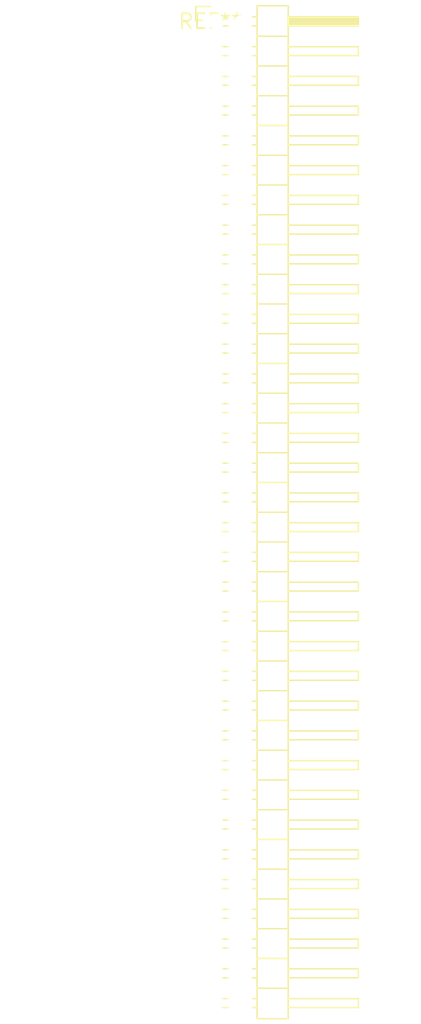
<source format=kicad_pcb>
(kicad_pcb (version 20240108) (generator pcbnew)
  (layers (0 "F.Cu" signal) (31 "B.Cu" signal) (34 "B.Paste" user) (35 "F.Paste" user) (36 "B.SilkS" user "B.Silkscreen") (37 "F.SilkS" user "F.Silkscreen") (38 "B.Mask" user) (39 "F.Mask" user) (44 "Edge.Cuts" user))
  (net 0 "")
  (footprint "PinHeader_2x34_P2.54mm_Horizontal" (layer "F.Cu") (at 0 0)
    (property "Reference" "REF**")
    (property "Value" "PinHeader_2x34_P2.54mm_Horizontal")
    (fp_line (start -1.27 -1.27) (end 0 -1.27) (layer "F.SilkS") (stroke (width 0.12)))
    (fp_line (start -1.27 0) (end -1.27 -1.27) (layer "F.SilkS") (stroke (width 0.12)))
    (fp_line (start 1.042929 2.16) (end 1.497071 2.16) (layer "F.SilkS") (stroke (width 0.12)))
    (fp_line (start 1.042929 2.92) (end 1.497071 2.92) (layer "F.SilkS") (stroke (width 0.12)))
    (fp_line (start 1.042929 4.7) (end 1.497071 4.7) (layer "F.SilkS") (stroke (width 0.12)))
    (fp_line (start 1.042929 5.46) (end 1.497071 5.46) (layer "F.SilkS") (stroke (width 0.12)))
    (fp_line (start 1.042929 7.24) (end 1.497071 7.24) (layer "F.SilkS") (stroke (width 0.12)))
    (fp_line (start 1.042929 8) (end 1.497071 8) (layer "F.SilkS") (stroke (width 0.12)))
    (fp_line (start 1.042929 9.78) (end 1.497071 9.78) (layer "F.SilkS") (stroke (width 0.12)))
    (fp_line (start 1.042929 10.54) (end 1.497071 10.54) (layer "F.SilkS") (stroke (width 0.12)))
    (fp_line (start 1.042929 12.32) (end 1.497071 12.32) (layer "F.SilkS") (stroke (width 0.12)))
    (fp_line (start 1.042929 13.08) (end 1.497071 13.08) (layer "F.SilkS") (stroke (width 0.12)))
    (fp_line (start 1.042929 14.86) (end 1.497071 14.86) (layer "F.SilkS") (stroke (width 0.12)))
    (fp_line (start 1.042929 15.62) (end 1.497071 15.62) (layer "F.SilkS") (stroke (width 0.12)))
    (fp_line (start 1.042929 17.4) (end 1.497071 17.4) (layer "F.SilkS") (stroke (width 0.12)))
    (fp_line (start 1.042929 18.16) (end 1.497071 18.16) (layer "F.SilkS") (stroke (width 0.12)))
    (fp_line (start 1.042929 19.94) (end 1.497071 19.94) (layer "F.SilkS") (stroke (width 0.12)))
    (fp_line (start 1.042929 20.7) (end 1.497071 20.7) (layer "F.SilkS") (stroke (width 0.12)))
    (fp_line (start 1.042929 22.48) (end 1.497071 22.48) (layer "F.SilkS") (stroke (width 0.12)))
    (fp_line (start 1.042929 23.24) (end 1.497071 23.24) (layer "F.SilkS") (stroke (width 0.12)))
    (fp_line (start 1.042929 25.02) (end 1.497071 25.02) (layer "F.SilkS") (stroke (width 0.12)))
    (fp_line (start 1.042929 25.78) (end 1.497071 25.78) (layer "F.SilkS") (stroke (width 0.12)))
    (fp_line (start 1.042929 27.56) (end 1.497071 27.56) (layer "F.SilkS") (stroke (width 0.12)))
    (fp_line (start 1.042929 28.32) (end 1.497071 28.32) (layer "F.SilkS") (stroke (width 0.12)))
    (fp_line (start 1.042929 30.1) (end 1.497071 30.1) (layer "F.SilkS") (stroke (width 0.12)))
    (fp_line (start 1.042929 30.86) (end 1.497071 30.86) (layer "F.SilkS") (stroke (width 0.12)))
    (fp_line (start 1.042929 32.64) (end 1.497071 32.64) (layer "F.SilkS") (stroke (width 0.12)))
    (fp_line (start 1.042929 33.4) (end 1.497071 33.4) (layer "F.SilkS") (stroke (width 0.12)))
    (fp_line (start 1.042929 35.18) (end 1.497071 35.18) (layer "F.SilkS") (stroke (width 0.12)))
    (fp_line (start 1.042929 35.94) (end 1.497071 35.94) (layer "F.SilkS") (stroke (width 0.12)))
    (fp_line (start 1.042929 37.72) (end 1.497071 37.72) (layer "F.SilkS") (stroke (width 0.12)))
    (fp_line (start 1.042929 38.48) (end 1.497071 38.48) (layer "F.SilkS") (stroke (width 0.12)))
    (fp_line (start 1.042929 40.26) (end 1.497071 40.26) (layer "F.SilkS") (stroke (width 0.12)))
    (fp_line (start 1.042929 41.02) (end 1.497071 41.02) (layer "F.SilkS") (stroke (width 0.12)))
    (fp_line (start 1.042929 42.8) (end 1.497071 42.8) (layer "F.SilkS") (stroke (width 0.12)))
    (fp_line (start 1.042929 43.56) (end 1.497071 43.56) (layer "F.SilkS") (stroke (width 0.12)))
    (fp_line (start 1.042929 45.34) (end 1.497071 45.34) (layer "F.SilkS") (stroke (width 0.12)))
    (fp_line (start 1.042929 46.1) (end 1.497071 46.1) (layer "F.SilkS") (stroke (width 0.12)))
    (fp_line (start 1.042929 47.88) (end 1.497071 47.88) (layer "F.SilkS") (stroke (width 0.12)))
    (fp_line (start 1.042929 48.64) (end 1.497071 48.64) (layer "F.SilkS") (stroke (width 0.12)))
    (fp_line (start 1.042929 50.42) (end 1.497071 50.42) (layer "F.SilkS") (stroke (width 0.12)))
    (fp_line (start 1.042929 51.18) (end 1.497071 51.18) (layer "F.SilkS") (stroke (width 0.12)))
    (fp_line (start 1.042929 52.96) (end 1.497071 52.96) (layer "F.SilkS") (stroke (width 0.12)))
    (fp_line (start 1.042929 53.72) (end 1.497071 53.72) (layer "F.SilkS") (stroke (width 0.12)))
    (fp_line (start 1.042929 55.5) (end 1.497071 55.5) (layer "F.SilkS") (stroke (width 0.12)))
    (fp_line (start 1.042929 56.26) (end 1.497071 56.26) (layer "F.SilkS") (stroke (width 0.12)))
    (fp_line (start 1.042929 58.04) (end 1.497071 58.04) (layer "F.SilkS") (stroke (width 0.12)))
    (fp_line (start 1.042929 58.8) (end 1.497071 58.8) (layer "F.SilkS") (stroke (width 0.12)))
    (fp_line (start 1.042929 60.58) (end 1.497071 60.58) (layer "F.SilkS") (stroke (width 0.12)))
    (fp_line (start 1.042929 61.34) (end 1.497071 61.34) (layer "F.SilkS") (stroke (width 0.12)))
    (fp_line (start 1.042929 63.12) (end 1.497071 63.12) (layer "F.SilkS") (stroke (width 0.12)))
    (fp_line (start 1.042929 63.88) (end 1.497071 63.88) (layer "F.SilkS") (stroke (width 0.12)))
    (fp_line (start 1.042929 65.66) (end 1.497071 65.66) (layer "F.SilkS") (stroke (width 0.12)))
    (fp_line (start 1.042929 66.42) (end 1.497071 66.42) (layer "F.SilkS") (stroke (width 0.12)))
    (fp_line (start 1.042929 68.2) (end 1.497071 68.2) (layer "F.SilkS") (stroke (width 0.12)))
    (fp_line (start 1.042929 68.96) (end 1.497071 68.96) (layer "F.SilkS") (stroke (width 0.12)))
    (fp_line (start 1.042929 70.74) (end 1.497071 70.74) (layer "F.SilkS") (stroke (width 0.12)))
    (fp_line (start 1.042929 71.5) (end 1.497071 71.5) (layer "F.SilkS") (stroke (width 0.12)))
    (fp_line (start 1.042929 73.28) (end 1.497071 73.28) (layer "F.SilkS") (stroke (width 0.12)))
    (fp_line (start 1.042929 74.04) (end 1.497071 74.04) (layer "F.SilkS") (stroke (width 0.12)))
    (fp_line (start 1.042929 75.82) (end 1.497071 75.82) (layer "F.SilkS") (stroke (width 0.12)))
    (fp_line (start 1.042929 76.58) (end 1.497071 76.58) (layer "F.SilkS") (stroke (width 0.12)))
    (fp_line (start 1.042929 78.36) (end 1.497071 78.36) (layer "F.SilkS") (stroke (width 0.12)))
    (fp_line (start 1.042929 79.12) (end 1.497071 79.12) (layer "F.SilkS") (stroke (width 0.12)))
    (fp_line (start 1.042929 80.9) (end 1.497071 80.9) (layer "F.SilkS") (stroke (width 0.12)))
    (fp_line (start 1.042929 81.66) (end 1.497071 81.66) (layer "F.SilkS") (stroke (width 0.12)))
    (fp_line (start 1.042929 83.44) (end 1.497071 83.44) (layer "F.SilkS") (stroke (width 0.12)))
    (fp_line (start 1.042929 84.2) (end 1.497071 84.2) (layer "F.SilkS") (stroke (width 0.12)))
    (fp_line (start 1.11 -0.38) (end 1.497071 -0.38) (layer "F.SilkS") (stroke (width 0.12)))
    (fp_line (start 1.11 0.38) (end 1.497071 0.38) (layer "F.SilkS") (stroke (width 0.12)))
    (fp_line (start 3.582929 -0.38) (end 3.98 -0.38) (layer "F.SilkS") (stroke (width 0.12)))
    (fp_line (start 3.582929 0.38) (end 3.98 0.38) (layer "F.SilkS") (stroke (width 0.12)))
    (fp_line (start 3.582929 2.16) (end 3.98 2.16) (layer "F.SilkS") (stroke (width 0.12)))
    (fp_line (start 3.582929 2.92) (end 3.98 2.92) (layer "F.SilkS") (stroke (width 0.12)))
    (fp_line (start 3.582929 4.7) (end 3.98 4.7) (layer "F.SilkS") (stroke (width 0.12)))
    (fp_line (start 3.582929 5.46) (end 3.98 5.46) (layer "F.SilkS") (stroke (width 0.12)))
    (fp_line (start 3.582929 7.24) (end 3.98 7.24) (layer "F.SilkS") (stroke (width 0.12)))
    (fp_line (start 3.582929 8) (end 3.98 8) (layer "F.SilkS") (stroke (width 0.12)))
    (fp_line (start 3.582929 9.78) (end 3.98 9.78) (layer "F.SilkS") (stroke (width 0.12)))
    (fp_line (start 3.582929 10.54) (end 3.98 10.54) (layer "F.SilkS") (stroke (width 0.12)))
    (fp_line (start 3.582929 12.32) (end 3.98 12.32) (layer "F.SilkS") (stroke (width 0.12)))
    (fp_line (start 3.582929 13.08) (end 3.98 13.08) (layer "F.SilkS") (stroke (width 0.12)))
    (fp_line (start 3.582929 14.86) (end 3.98 14.86) (layer "F.SilkS") (stroke (width 0.12)))
    (fp_line (start 3.582929 15.62) (end 3.98 15.62) (layer "F.SilkS") (stroke (width 0.12)))
    (fp_line (start 3.582929 17.4) (end 3.98 17.4) (layer "F.SilkS") (stroke (width 0.12)))
    (fp_line (start 3.582929 18.16) (end 3.98 18.16) (layer "F.SilkS") (stroke (width 0.12)))
    (fp_line (start 3.582929 19.94) (end 3.98 19.94) (layer "F.SilkS") (stroke (width 0.12)))
    (fp_line (start 3.582929 20.7) (end 3.98 20.7) (layer "F.SilkS") (stroke (width 0.12)))
    (fp_line (start 3.582929 22.48) (end 3.98 22.48) (layer "F.SilkS") (stroke (width 0.12)))
    (fp_line (start 3.582929 23.24) (end 3.98 23.24) (layer "F.SilkS") (stroke (width 0.12)))
    (fp_line (start 3.582929 25.02) (end 3.98 25.02) (layer "F.SilkS") (stroke (width 0.12)))
    (fp_line (start 3.582929 25.78) (end 3.98 25.78) (layer "F.SilkS") (stroke (width 0.12)))
    (fp_line (start 3.582929 27.56) (end 3.98 27.56) (layer "F.SilkS") (stroke (width 0.12)))
    (fp_line (start 3.582929 28.32) (end 3.98 28.32) (layer "F.SilkS") (stroke (width 0.12)))
    (fp_line (start 3.582929 30.1) (end 3.98 30.1) (layer "F.SilkS") (stroke (width 0.12)))
    (fp_line (start 3.582929 30.86) (end 3.98 30.86) (layer "F.SilkS") (stroke (width 0.12)))
    (fp_line (start 3.582929 32.64) (end 3.98 32.64) (layer "F.SilkS") (stroke (width 0.12)))
    (fp_line (start 3.582929 33.4) (end 3.98 33.4) (layer "F.SilkS") (stroke (width 0.12)))
    (fp_line (start 3.582929 35.18) (end 3.98 35.18) (layer "F.SilkS") (stroke (width 0.12)))
    (fp_line (start 3.582929 35.94) (end 3.98 35.94) (layer "F.SilkS") (stroke (width 0.12)))
    (fp_line (start 3.582929 37.72) (end 3.98 37.72) (layer "F.SilkS") (stroke (width 0.12)))
    (fp_line (start 3.582929 38.48) (end 3.98 38.48) (layer "F.SilkS") (stroke (width 0.12)))
    (fp_line (start 3.582929 40.26) (end 3.98 40.26) (layer "F.SilkS") (stroke (width 0.12)))
    (fp_line (start 3.582929 41.02) (end 3.98 41.02) (layer "F.SilkS") (stroke (width 0.12)))
    (fp_line (start 3.582929 42.8) (end 3.98 42.8) (layer "F.SilkS") (stroke (width 0.12)))
    (fp_line (start 3.582929 43.56) (end 3.98 43.56) (layer "F.SilkS") (stroke (width 0.12)))
    (fp_line (start 3.582929 45.34) (end 3.98 45.34) (layer "F.SilkS") (stroke (width 0.12)))
    (fp_line (start 3.582929 46.1) (end 3.98 46.1) (layer "F.SilkS") (stroke (width 0.12)))
    (fp_line (start 3.582929 47.88) (end 3.98 47.88) (layer "F.SilkS") (stroke (width 0.12)))
    (fp_line (start 3.582929 48.64) (end 3.98 48.64) (layer "F.SilkS") (stroke (width 0.12)))
    (fp_line (start 3.582929 50.42) (end 3.98 50.42) (layer "F.SilkS") (stroke (width 0.12)))
    (fp_line (start 3.582929 51.18) (end 3.98 51.18) (layer "F.SilkS") (stroke (width 0.12)))
    (fp_line (start 3.582929 52.96) (end 3.98 52.96) (layer "F.SilkS") (stroke (width 0.12)))
    (fp_line (start 3.582929 53.72) (end 3.98 53.72) (layer "F.SilkS") (stroke (width 0.12)))
    (fp_line (start 3.582929 55.5) (end 3.98 55.5) (layer "F.SilkS") (stroke (width 0.12)))
    (fp_line (start 3.582929 56.26) (end 3.98 56.26) (layer "F.SilkS") (stroke (width 0.12)))
    (fp_line (start 3.582929 58.04) (end 3.98 58.04) (layer "F.SilkS") (stroke (width 0.12)))
    (fp_line (start 3.582929 58.8) (end 3.98 58.8) (layer "F.SilkS") (stroke (width 0.12)))
    (fp_line (start 3.582929 60.58) (end 3.98 60.58) (layer "F.SilkS") (stroke (width 0.12)))
    (fp_line (start 3.582929 61.34) (end 3.98 61.34) (layer "F.SilkS") (stroke (width 0.12)))
    (fp_line (start 3.582929 63.12) (end 3.98 63.12) (layer "F.SilkS") (stroke (width 0.12)))
    (fp_line (start 3.582929 63.88) (end 3.98 63.88) (layer "F.SilkS") (stroke (width 0.12)))
    (fp_line (start 3.582929 65.66) (end 3.98 65.66) (layer "F.SilkS") (stroke (width 0.12)))
    (fp_line (start 3.582929 66.42) (end 3.98 66.42) (layer "F.SilkS") (stroke (width 0.12)))
    (fp_line (start 3.582929 68.2) (end 3.98 68.2) (layer "F.SilkS") (stroke (width 0.12)))
    (fp_line (start 3.582929 68.96) (end 3.98 68.96) (layer "F.SilkS") (stroke (width 0.12)))
    (fp_line (start 3.582929 70.74) (end 3.98 70.74) (layer "F.SilkS") (stroke (width 0.12)))
    (fp_line (start 3.582929 71.5) (end 3.98 71.5) (layer "F.SilkS") (stroke (width 0.12)))
    (fp_line (start 3.582929 73.28) (end 3.98 73.28) (layer "F.SilkS") (stroke (width 0.12)))
    (fp_line (start 3.582929 74.04) (end 3.98 74.04) (layer "F.SilkS") (stroke (width 0.12)))
    (fp_line (start 3.582929 75.82) (end 3.98 75.82) (layer "F.SilkS") (stroke (width 0.12)))
    (fp_line (start 3.582929 76.58) (end 3.98 76.58) (layer "F.SilkS") (stroke (width 0.12)))
    (fp_line (start 3.582929 78.36) (end 3.98 78.36) (layer "F.SilkS") (stroke (width 0.12)))
    (fp_line (start 3.582929 79.12) (end 3.98 79.12) (layer "F.SilkS") (stroke (width 0.12)))
    (fp_line (start 3.582929 80.9) (end 3.98 80.9) (layer "F.SilkS") (stroke (width 0.12)))
    (fp_line (start 3.582929 81.66) (end 3.98 81.66) (layer "F.SilkS") (stroke (width 0.12)))
    (fp_line (start 3.582929 83.44) (end 3.98 83.44) (layer "F.SilkS") (stroke (width 0.12)))
    (fp_line (start 3.582929 84.2) (end 3.98 84.2) (layer "F.SilkS") (stroke (width 0.12)))
    (fp_line (start 3.98 -1.33) (end 3.98 85.15) (layer "F.SilkS") (stroke (width 0.12)))
    (fp_line (start 3.98 1.27) (end 6.64 1.27) (layer "F.SilkS") (stroke (width 0.12)))
    (fp_line (start 3.98 3.81) (end 6.64 3.81) (layer "F.SilkS") (stroke (width 0.12)))
    (fp_line (start 3.98 6.35) (end 6.64 6.35) (layer "F.SilkS") (stroke (width 0.12)))
    (fp_line (start 3.98 8.89) (end 6.64 8.89) (layer "F.SilkS") (stroke (width 0.12)))
    (fp_line (start 3.98 11.43) (end 6.64 11.43) (layer "F.SilkS") (stroke (width 0.12)))
    (fp_line (start 3.98 13.97) (end 6.64 13.97) (layer "F.SilkS") (stroke (width 0.12)))
    (fp_line (start 3.98 16.51) (end 6.64 16.51) (layer "F.SilkS") (stroke (width 0.12)))
    (fp_line (start 3.98 19.05) (end 6.64 19.05) (layer "F.SilkS") (stroke (width 0.12)))
    (fp_line (start 3.98 21.59) (end 6.64 21.59) (layer "F.SilkS") (stroke (width 0.12)))
    (fp_line (start 3.98 24.13) (end 6.64 24.13) (layer "F.SilkS") (stroke (width 0.12)))
    (fp_line (start 3.98 26.67) (end 6.64 26.67) (layer "F.SilkS") (stroke (width 0.12)))
    (fp_line (start 3.98 29.21) (end 6.64 29.21) (layer "F.SilkS") (stroke (width 0.12)))
    (fp_line (start 3.98 31.75) (end 6.64 31.75) (layer "F.SilkS") (stroke (width 0.12)))
    (fp_line (start 3.98 34.29) (end 6.64 34.29) (layer "F.SilkS") (stroke (width 0.12)))
    (fp_line (start 3.98 36.83) (end 6.64 36.83) (layer "F.SilkS") (stroke (width 0.12)))
    (fp_line (start 3.98 39.37) (end 6.64 39.37) (layer "F.SilkS") (stroke (width 0.12)))
    (fp_line (start 3.98 41.91) (end 6.64 41.91) (layer "F.SilkS") (stroke (width 0.12)))
    (fp_line (start 3.98 44.45) (end 6.64 44.45) (layer "F.SilkS") (stroke (width 0.12)))
    (fp_line (start 3.98 46.99) (end 6.64 46.99) (layer "F.SilkS") (stroke (width 0.12)))
    (fp_line (start 3.98 49.53) (end 6.64 49.53) (layer "F.SilkS") (stroke (width 0.12)))
    (fp_line (start 3.98 52.07) (end 6.64 52.07) (layer "F.SilkS") (stroke (width 0.12)))
    (fp_line (start 3.98 54.61) (end 6.64 54.61) (layer "F.SilkS") (stroke (width 0.12)))
    (fp_line (start 3.98 57.15) (end 6.64 57.15) (layer "F.SilkS") (stroke (width 0.12)))
    (fp_line (start 3.98 59.69) (end 6.64 59.69) (layer "F.SilkS") (stroke (width 0.12)))
    (fp_line (start 3.98 62.23) (end 6.64 62.23) (layer "F.SilkS") (stroke (width 0.12)))
    (fp_line (start 3.98 64.77) (end 6.64 64.77) (layer "F.SilkS") (stroke (width 0.12)))
    (fp_line (start 3.98 67.31) (end 6.64 67.31) (layer "F.SilkS") (stroke (width 0.12)))
    (fp_line (start 3.98 69.85) (end 6.64 69.85) (layer "F.SilkS") (stroke (width 0.12)))
    (fp_line (start 3.98 72.39) (end 6.64 72.39) (layer "F.SilkS") (stroke (width 0.12)))
    (fp_line (start 3.98 74.93) (end 6.64 74.93) (layer "F.SilkS") (stroke (width 0.12)))
    (fp_line (start 3.98 77.47) (end 6.64 77.47) (layer "F.SilkS") (stroke (width 0.12)))
    (fp_line (start 3.98 80.01) (end 6.64 80.01) (layer "F.SilkS") (stroke (width 0.12)))
    (fp_line (start 3.98 82.55) (end 6.64 82.55) (layer "F.SilkS") (stroke (width 0.12)))
    (fp_line (start 3.98 85.15) (end 6.64 85.15) (layer "F.SilkS") (stroke (width 0.12)))
    (fp_line (start 6.64 -1.33) (end 3.98 -1.33) (layer "F.SilkS") (stroke (width 0.12)))
    (fp_line (start 6.64 -0.38) (end 12.64 -0.38) (layer "F.SilkS") (stroke (width 0.12)))
    (fp_line (start 6.64 -0.32) (end 12.64 -0.32) (layer "F.SilkS") (stroke (width 0.12)))
    (fp_line (start 6.64 -0.2) (end 12.64 -0.2) (layer "F.SilkS") (stroke (width 0.12)))
    (fp_line (start 6.64 -0.08) (end 12.64 -0.08) (layer "F.SilkS") (stroke (width 0.12)))
    (fp_line (start 6.64 0.04) (end 12.64 0.04) (layer "F.SilkS") (stroke (width 0.12)))
    (fp_line (start 6.64 0.16) (end 12.64 0.16) (layer "F.SilkS") (stroke (width 0.12)))
    (fp_line (start 6.64 0.28) (end 12.64 0.28) (layer "F.SilkS") (stroke (width 0.12)))
    (fp_line (start 6.64 2.16) (end 12.64 2.16) (layer "F.SilkS") (stroke (width 0.12)))
    (fp_line (start 6.64 4.7) (end 12.64 4.7) (layer "F.SilkS") (stroke (width 0.12)))
    (fp_line (start 6.64 7.24) (end 12.64 7.24) (layer "F.SilkS") (stroke (width 0.12)))
    (fp_line (start 6.64 9.78) (end 12.64 9.78) (layer "F.SilkS") (stroke (width 0.12)))
    (fp_line (start 6.64 12.32) (end 12.64 12.32) (layer "F.SilkS") (stroke (width 0.12)))
    (fp_line (start 6.64 14.86) (end 12.64 14.86) (layer "F.SilkS") (stroke (width 0.12)))
    (fp_line (start 6.64 17.4) (end 12.64 17.4) (layer "F.SilkS") (stroke (width 0.12)))
    (fp_line (start 6.64 19.94) (end 12.64 19.94) (layer "F.SilkS") (stroke (width 0.12)))
    (fp_line (start 6.64 22.48) (end 12.64 22.48) (layer "F.SilkS") (stroke (width 0.12)))
    (fp_line (start 6.64 25.02) (end 12.64 25.02) (layer "F.SilkS") (stroke (width 0.12)))
    (fp_line (start 6.64 27.56) (end 12.64 27.56) (layer "F.SilkS") (stroke (width 0.12)))
    (fp_line (start 6.64 30.1) (end 12.64 30.1) (layer "F.SilkS") (stroke (width 0.12)))
    (fp_line (start 6.64 32.64) (end 12.64 32.64) (layer "F.SilkS") (stroke (width 0.12)))
    (fp_line (start 6.64 35.18) (end 12.64 35.18) (layer "F.SilkS") (stroke (width 0.12)))
    (fp_line (start 6.64 37.72) (end 12.64 37.72) (layer "F.SilkS") (stroke (width 0.12)))
    (fp_line (start 6.64 40.26) (end 12.64 40.26) (layer "F.SilkS") (stroke (width 0.12)))
    (fp_line (start 6.64 42.8) (end 12.64 42.8) (layer "F.SilkS") (stroke (width 0.12)))
    (fp_line (start 6.64 45.34) (end 12.64 45.34) (layer "F.SilkS") (stroke (width 0.12)))
    (fp_line (start 6.64 47.88) (end 12.64 47.88) (layer "F.SilkS") (stroke (width 0.12)))
    (fp_line (start 6.64 50.42) (end 12.64 50.42) (layer "F.SilkS") (stroke (width 0.12)))
    (fp_line (start 6.64 52.96) (end 12.64 52.96) (layer "F.SilkS") (stroke (width 0.12)))
    (fp_line (start 6.64 55.5) (end 12.64 55.5) (layer "F.SilkS") (stroke (width 0.12)))
    (fp_line (start 6.64 58.04) (end 12.64 58.04) (layer "F.SilkS") (stroke (width 0.12)))
    (fp_line (start 6.64 60.58) (end 12.64 60.58) (layer "F.SilkS") (stroke (width 0.12)))
    (fp_line (start 6.64 63.12) (end 12.64 63.12) (layer "F.SilkS") (stroke (width 0.12)))
    (fp_line (start 6.64 65.66) (end 12.64 65.66) (layer "F.SilkS") (stroke (width 0.12)))
    (fp_line (start 6.64 68.2) (end 12.64 68.2) (layer "F.SilkS") (stroke (width 0.12)))
    (fp_line (start 6.64 70.74) (end 12.64 70.74) (layer "F.SilkS") (stroke (width 0.12)))
    (fp_line (start 6.64 73.28) (end 12.64 73.28) (layer "F.SilkS") (stroke (width 0.12)))
    (fp_line (start 6.64 75.82) (end 12.64 75.82) (layer "F.SilkS") (stroke (width 0.12)))
    (fp_line (start 6.64 78.36) (end 12.64 78.36) (layer "F.SilkS") (stroke (width 0.12)))
    (fp_line (start 6.64 80.9) (end 12.64 80.9) (layer "F.SilkS") (stroke (width 0.12)))
    (fp_line (start 6.64 83.44) (end 12.64 83.44) (layer "F.SilkS") (stroke (width 0.12)))
    (fp_line (start 6.64 85.15) (end 6.64 -1.33) (layer "F.SilkS") (stroke (width 0.12)))
    (fp_line (start 12.64 -0.38) (end 12.64 0.38) (layer "F.SilkS") (stroke (width 0.12)))
    (fp_line (start 12.64 0.38) (end 6.64 0.38) (layer "F.SilkS") (stroke (width 0.12)))
    (fp_line (start 12.64 2.16) (end 12.64 2.92) (layer "F.SilkS") (stroke (width 0.12)))
    (fp_line (start 12.64 2.92) (end 6.64 2.92) (layer "F.SilkS") (stroke (width 0.12)))
    (fp_line (start 12.64 4.7) (end 12.64 5.46) (layer "F.SilkS") (stroke (width 0.12)))
    (fp_line (start 12.64 5.46) (end 6.64 5.46) (layer "F.SilkS") (stroke (width 0.12)))
    (fp_line (start 12.64 7.24) (end 12.64 8) (layer "F.SilkS") (stroke (width 0.12)))
    (fp_line (start 12.64 8) (end 6.64 8) (layer "F.SilkS") (stroke (width 0.12)))
    (fp_line (start 12.64 9.78) (end 12.64 10.54) (layer "F.SilkS") (stroke (width 0.12)))
    (fp_line (start 12.64 10.54) (end 6.64 10.54) (layer "F.SilkS") (stroke (width 0.12)))
    (fp_line (start 12.64 12.32) (end 12.64 13.08) (layer "F.SilkS") (stroke (width 0.12)))
    (fp_line (start 12.64 13.08) (end 6.64 13.08) (layer "F.SilkS") (stroke (width 0.12)))
    (fp_line (start 12.64 14.86) (end 12.64 15.62) (layer "F.SilkS") (stroke (width 0.12)))
    (fp_line (start 12.64 15.62) (end 6.64 15.62) (layer "F.SilkS") (stroke (width 0.12)))
    (fp_line (start 12.64 17.4) (end 12.64 18.16) (layer "F.SilkS") (stroke (width 0.12)))
    (fp_line (start 12.64 18.16) (end 6.64 18.16) (layer "F.SilkS") (stroke (width 0.12)))
    (fp_line (start 12.64 19.94) (end 12.64 20.7) (layer "F.SilkS") (stroke (width 0.12)))
    (fp_line (start 12.64 20.7) (end 6.64 20.7) (layer "F.SilkS") (stroke (width 0.12)))
    (fp_line (start 12.64 22.48) (end 12.64 23.24) (layer "F.SilkS") (stroke (width 0.12)))
    (fp_line (start 12.64 23.24) (end 6.64 23.24) (layer "F.SilkS") (stroke (width 0.12)))
    (fp_line (start 12.64 25.02) (end 12.64 25.78) (layer "F.SilkS") (stroke (width 0.12)))
    (fp_line (start 12.64 25.78) (end 6.64 25.78) (layer "F.SilkS") (stroke (width 0.12)))
    (fp_line (start 12.64 27.56) (end 12.64 28.32) (layer "F.SilkS") (stroke (width 0.12)))
    (fp_line (start 12.64 28.32) (end 6.64 28.32) (layer "F.SilkS") (stroke (width 0.12)))
    (fp_line (start 12.64 30.1) (end 12.64 30.86) (layer "F.SilkS") (stroke (width 0.12)))
    (fp_line (start 12.64 30.86) (end 6.64 30.86) (layer "F.SilkS") (stroke (width 0.12)))
    (fp_line (start 12.64 32.64) (end 12.64 33.4) (layer "F.SilkS") (stroke (width 0.12)))
    (fp_line (start 12.64 33.4) (end 6.64 33.4) (layer "F.SilkS") (stroke (width 0.12)))
    (fp_line (start 12.64 35.18) (end 12.64 35.94) (layer "F.SilkS") (stroke (width 0.12)))
    (fp_line (start 12.64 35.94) (end 6.64 35.94) (layer "F.SilkS") (stroke (width 0.12)))
    (fp_line (start 12.64 37.72) (end 12.64 38.48) (layer "F.SilkS") (stroke (width 0.12)))
    (fp_line (start 12.64 38.48) (end 6.64 38.48) (layer "F.SilkS") (stroke (width 0.12)))
    (fp_line (start 12.64 40.26) (end 12.64 41.02) (layer "F.SilkS") (stroke (width 0.12)))
    (fp_line (start 12.64 41.02) (end 6.64 41.02) (layer "F.SilkS") (stroke (width 0.12)))
    (fp_line (start 12.64 42.8) (end 12.64 43.56) (layer "F.SilkS") (stroke (width 0.12)))
    (fp_line (start 12.64 43.56) (end 6.64 43.56) (layer "F.SilkS") (stroke (width 0.12)))
    (fp_line (start 12.64 45.34) (end 12.64 46.1) (layer "F.SilkS") (stroke (width 0.12)))
    (fp_line (start 12.64 46.1) (end 6.64 46.1) (layer "F.SilkS") (stroke (width 0.12)))
    (fp_line (start 12.64 47.88) (end 12.64 48.64) (layer "F.SilkS") (stroke (width 0.12)))
    (fp_line (start 12.64 48.64) (end 6.64 48.64) (layer "F.SilkS") (stroke (width 0.12)))
    (fp_line (start 12.64 50.42) (end 12.64 51.18) (layer "F.SilkS") (stroke (width 0.12)))
    (fp_line (start 12.64 51.18) (end 6.64 51.18) (layer "F.SilkS") (stroke (width 0.12)))
    (fp_line (start 12.64 52.96) (end 12.64 53.72) (layer "F.SilkS") (stroke (width 0.12)))
    (fp_line (start 12.64 53.72) (end 6.64 53.72) (layer "F.SilkS") (stroke (width 0.12)))
    (fp_line (start 12.64 55.5) (end 12.64 56.26) (layer "F.SilkS") (stroke (width 0.12)))
    (fp_line (start 12.64 56.26) (end 6.64 56.26) (layer "F.SilkS") (stroke (width 0.12)))
    (fp_line (start 12.64 58.04) (end 12.64 58.8) (layer "F.SilkS") (stroke (width 0.12)))
    (fp_line (start 12.64 58.8) (end 6.64 58.8) (layer "F.SilkS") (stroke (width 0.12)))
    (fp_line (start 12.64 60.58) (end 12.64 61.34) (layer "F.SilkS") (stroke (width 0.12)))
    (fp_line (start 12.64 61.34) (end 6.64 61.34) (layer "F.SilkS") (stroke (width 0.12)))
    (fp_line (start 12.64 63.12) (end 12.64 63.88) (layer "F.SilkS") (stroke (width 0.12)))
    (fp_line (start 12.64 63.88) (end 6.64 63.88) (layer "F.SilkS") (stroke (width 0.12)))
    (fp_line (start 12.64 65.66) (end 12.64 66.42) (layer "F.SilkS") (stroke (width 0.12)))
    (fp_line (start 12.64 66.42) (end 6.64 66.42) (layer "F.SilkS") (stroke (width 0.12)))
    (fp_line (start 12.64 68.2) (end 12.64 68.96) (layer "F.SilkS") (stroke (width 0.12)))
    (fp_line (start 12.64 68.96) (end 6.64 68.96) (layer "F.SilkS") (stroke (width 0.12)))
    (fp_line (start 12.64 70.74) (end 12.64 71.5) (layer "F.SilkS") (stroke (width 0.12)))
    (fp_line (start 12.64 71.5) (end 6.64 71.5) (layer "F.SilkS") (stroke (width 0.12)))
    (fp_line (start 12.64 73.28) (end 12.64 74.04) (layer "F.SilkS") (stroke (width 0.12)))
    (fp_line (start 12.64 74.04) (end 6.64 74.04) (layer "F.SilkS") (stroke (width 0.12)))
    (fp_line (start 12.64 75.82) (end 12.64 76.58) (layer "F.SilkS") (stroke (width 0.12)))
    (fp_line (start 12.64 76.58) (end 6.64 76.58) (layer "F.SilkS") (stroke (width 0.12)))
    (fp_line (start 12.64 78.36) (end 12.64 79.12) (layer "F.SilkS") (stroke (width 0.12)))
    (fp_line (start 12.64 79.12) (end 6.64 79.12) (layer "F.SilkS") (stroke (width 0.12)))
    (fp_line (start 12.64 80.9) (end 12.64 81.66) (layer "F.SilkS") (stroke (width 0.12)))
    (fp_line (start 12.64 81.66) (end 6.64 81.66) (layer "F.SilkS") (stroke (width 0.12)))
    (fp_line (start 12.64 83.44) (end 12.64 84.2) (layer "F.SilkS") (stroke (width 0.12)))
    (fp_line (start 12.64 84.2) (end 6.64 84.2) (layer "F.SilkS") (stroke (width 0.12)))
    (pad "1" thru_hole rect (at 0 0) (size 1.7 1.7) (drill 1) (layers *.Cu *.Mask) (remove_unused_layers))
    (pad "2" thru_hole oval (at 2.54 0) (size 1.7 1.7) (drill 1) (layers *.Cu *.Mask) (remove_unused_layers))
    (pad "3" thru_hole oval (at 0 2.54) (size 1.7 1.7) (drill 1) (layers *.Cu *.Mask) (remove_unused_layers))
    (pad "4" thru_hole oval (at 2.54 2.54) (size 1.7 1.7) (drill 1) (layers *.Cu *.Mask) (remove_unused_layers))
    (pad "5" thru_hole oval (at 0 5.08) (size 1.7 1.7) (drill 1) (layers *.Cu *.Mask) (remove_unused_layers))
    (pad "6" thru_hole oval (at 2.54 5.08) (size 1.7 1.7) (drill 1) (layers *.Cu *.Mask) (remove_unused_layers))
    (pad "7" thru_hole oval (at 0 7.62) (size 1.7 1.7) (drill 1) (layers *.Cu *.Mask) (remove_unused_layers))
    (pad "8" thru_hole oval (at 2.54 7.62) (size 1.7 1.7) (drill 1) (layers *.Cu *.Mask) (remove_unused_layers))
    (pad "9" thru_hole oval (at 0 10.16) (size 1.7 1.7) (drill 1) (layers *.Cu *.Mask) (remove_unused_layers))
    (pad "10" thru_hole oval (at 2.54 10.16) (size 1.7 1.7) (drill 1) (layers *.Cu *.Mask) (remove_unused_layers))
    (pad "11" thru_hole oval (at 0 12.7) (size 1.7 1.7) (drill 1) (layers *.Cu *.Mask) (remove_unused_layers))
    (pad "12" thru_hole oval (at 2.54 12.7) (size 1.7 1.7) (drill 1) (layers *.Cu *.Mask) (remove_unused_layers))
    (pad "13" thru_hole oval (at 0 15.24) (size 1.7 1.7) (drill 1) (layers *.Cu *.Mask) (remove_unused_layers))
    (pad "14" thru_hole oval (at 2.54 15.24) (size 1.7 1.7) (drill 1) (layers *.Cu *.Mask) (remove_unused_layers))
    (pad "15" thru_hole oval (at 0 17.78) (size 1.7 1.7) (drill 1) (layers *.Cu *.Mask) (remove_unused_layers))
    (pad "16" thru_hole oval (at 2.54 17.78) (size 1.7 1.7) (drill 1) (layers *.Cu *.Mask) (remove_unused_layers))
    (pad "17" thru_hole oval (at 0 20.32) (size 1.7 1.7) (drill 1) (layers *.Cu *.Mask) (remove_unused_layers))
    (pad "18" thru_hole oval (at 2.54 20.32) (size 1.7 1.7) (drill 1) (layers *.Cu *.Mask) (remove_unused_layers))
    (pad "19" thru_hole oval (at 0 22.86) (size 1.7 1.7) (drill 1) (layers *.Cu *.Mask) (remove_unused_layers))
    (pad "20" thru_hole oval (at 2.54 22.86) (size 1.7 1.7) (drill 1) (layers *.Cu *.Mask) (remove_unused_layers))
    (pad "21" thru_hole oval (at 0 25.4) (size 1.7 1.7) (drill 1) (layers *.Cu *.Mask) (remove_unused_layers))
    (pad "22" thru_hole oval (at 2.54 25.4) (size 1.7 1.7) (drill 1) (layers *.Cu *.Mask) (remove_unused_layers))
    (pad "23" thru_hole oval (at 0 27.94) (size 1.7 1.7) (drill 1) (layers *.Cu *.Mask) (remove_unused_layers))
    (pad "24" thru_hole oval (at 2.54 27.94) (size 1.7 1.7) (drill 1) (layers *.Cu *.Mask) (remove_unused_layers))
    (pad "25" thru_hole oval (at 0 30.48) (size 1.7 1.7) (drill 1) (layers *.Cu *.Mask) (remove_unused_layers))
    (pad "26" thru_hole oval (at 2.54 30.48) (size 1.7 1.7) (drill 1) (layers *.Cu *.Mask) (remove_unused_layers))
    (pad "27" thru_hole oval (at 0 33.02) (size 1.7 1.7) (drill 1) (layers *.Cu *.Mask) (remove_unused_layers))
    (pad "28" thru_hole oval (at 2.54 33.02) (size 1.7 1.7) (drill 1) (layers *.Cu *.Mask) (remove_unused_layers))
    (pad "29" thru_hole oval (at 0 35.56) (size 1.7 1.7) (drill 1) (layers *.Cu *.Mask) (remove_unused_layers))
    (pad "30" thru_hole oval (at 2.54 35.56) (size 1.7 1.7) (drill 1) (layers *.Cu *.Mask) (remove_unused_layers))
    (pad "31" thru_hole oval (at 0 38.1) (size 1.7 1.7) (drill 1) (layers *.Cu *.Mask) (remove_unused_layers))
    (pad "32" thru_hole oval (at 2.54 38.1) (size 1.7 1.7) (drill 1) (layers *.Cu *.Mask) (remove_unused_layers))
    (pad "33" thru_hole oval (at 0 40.64) (size 1.7 1.7) (drill 1) (layers *.Cu *.Mask) (remove_unused_layers))
    (pad "34" thru_hole oval (at 2.54 40.64) (size 1.7 1.7) (drill 1) (layers *.Cu *.Mask) (remove_unused_layers))
    (pad "35" thru_hole oval (at 0 43.18) (size 1.7 1.7) (drill 1) (layers *.Cu *.Mask) (remove_unused_layers))
    (pad "36" thru_hole oval (at 2.54 43.18) (size 1.7 1.7) (drill 1) (layers *.Cu *.Mask) (remove_unused_layers))
    (pad "37" thru_hole oval (at 0 45.72) (size 1.7 1.7) (drill 1) (layers *.Cu *.Mask) (remove_unused_layers))
    (pad "38" thru_hole oval (at 2.54 45.72) (size 1.7 1.7) (drill 1) (layers *.Cu *.Mask) (remove_unused_layers))
    (pad "39" thru_hole oval (at 0 48.26) (size 1.7 1.7) (drill 1) (layers *.Cu *.Mask) (remove_unused_layers))
    (pad "40" thru_hole oval (at 2.54 48.26) (size 1.7 1.7) (drill 1) (layers *.Cu *.Mask) (remove_unused_layers))
    (pad "41" thru_hole oval (at 0 50.8) (size 1.7 1.7) (drill 1) (layers *.Cu *.Mask) (remove_unused_layers))
    (pad "42" thru_hole oval (at 2.54 50.8) (size 1.7 1.7) (drill 1) (layers *.Cu *.Mask) (remove_unused_layers))
    (pad "43" thru_hole oval (at 0 53.34) (size 1.7 1.7) (drill 1) (layers *.Cu *.Mask) (remove_unused_layers))
    (pad "44" thru_hole oval (at 2.54 53.34) (size 1.7 1.7) (drill 1) (layers *.Cu *.Mask) (remove_unused_layers))
    (pad "45" thru_hole oval (at 0 55.88) (size 1.7 1.7) (drill 1) (layers *.Cu *.Mask) (remove_unused_layers))
    (pad "46" thru_hole oval (at 2.54 55.88) (size 1.7 1.7) (drill 1) (layers *.Cu *.Mask) (remove_unused_layers))
    (pad "47" thru_hole oval (at 0 58.42) (size 1.7 1.7) (drill 1) (layers *.Cu *.Mask) (remove_unused_layers))
    (pad "48" thru_hole oval (at 2.54 58.42) (size 1.7 1.7) (drill 1) (layers *.Cu *.Mask) (remove_unused_layers))
    (pad "49" thru_hole oval (at 0 60.96) (size 1.7 1.7) (drill 1) (layers *.Cu *.Mask) (remove_unused_layers))
    (pad "50" thru_hole oval (at 2.54 60.96) (size 1.7 1.7) (drill 1) (layers *.Cu *.Mask) (remove_unused_layers))
    (pad "51" thru_hole oval (at 0 63.5) (size 1.7 1.7) (drill 1) (layers *.Cu *.Mask) (remove_unused_layers))
    (pad "52" thru_hole oval (at 2.54 63.5) (size 1.7 1.7) (drill 1) (layers *.Cu *.Mask) (remove_unused_layers))
    (pad "53" thru_hole oval (at 0 66.04) (size 1.7 1.7) (drill 1) (layers *.Cu *.Mask) (remove_unused_layers))
    (pad "54" thru_hole oval (at 2.54 66.04) (size 1.7 1.7) (drill 1) (layers *.Cu *.Mask) (remove_unused_layers))
    (pad "55" thru_hole oval (at 0 68.58) (size 1.7 1.7) (drill 1) (layers *.Cu *.Mask) (remove_unused_layers))
    (pad "56" thru_hole oval (at 2.54 68.58) (size 1.7 1.7) (drill 1) (layers *.Cu *.Mask) (remove_unused_layers))
    (pad "57" thru_hole oval (at 0 71.12) (size 1.7 1.7) (drill 1) (layers *.Cu *.Mask) (remove_unused_layers))
    (pad "58" thru_hole oval (at 2.54 71.12) (size 1.7 1.7) (drill 1) (layers *.Cu *.Mask) (remove_unused_layers))
    (pad "59" thru_hole oval (at 0 73.66) (size 1.7 1.7) (drill 1) (layers *.Cu *.Mask) (remove_unused_layers))
    (pad "60" thru_hole oval (at 2.54 73.66) (size 1.7 1.7) (drill 1) (layers *.Cu *.Mask) (remove_unused_layers))
    (pad "61" thru_hole oval (at 0 76.2) (size 1.7 1.7) (drill 1) (layers *.Cu *.Mask) (remove_unused_layers))
    (pad "62" thru_hole oval (at 2.54 76.2) (size 1.7 1.7) (drill 1) (layers *.Cu *.Mask) (remove_unused_layers))
    (pad "63" thru_hole oval (at 0 78.74) (size 1.7 1.7) (drill 1) (layers *.Cu *.Mask) (remove_unused_layers))
    (pad "64" thru_hole oval (at 2.54 78.74) (size 1.7 1.7) (drill 1) (layers *.Cu *.Mask) (remove_unused_layers))
    (pad "65" thru_hole oval (at 0 81.28) (size 1.7 1.7) (drill 1) (layers *.Cu *.Mask) (remove_unused_layers))
    (pad "66" thru_hole oval (at 2.54 81.28) (size 1.7 1.7) (drill 1) (layers *.Cu *.Mask) (remove_unused_layers))
    (pad "67" thru_hole oval (at 0 83.82) (size 1.7 1.7) (drill 1) (layers *.Cu *.Mask) (remove_unused_layers))
    (pad "68" thru_hole oval (at 2.54 83.82) (size 1.7 1.7) (drill 1) (layers *.Cu *.Mask) (remove_unused_layers))
  )
)
</source>
